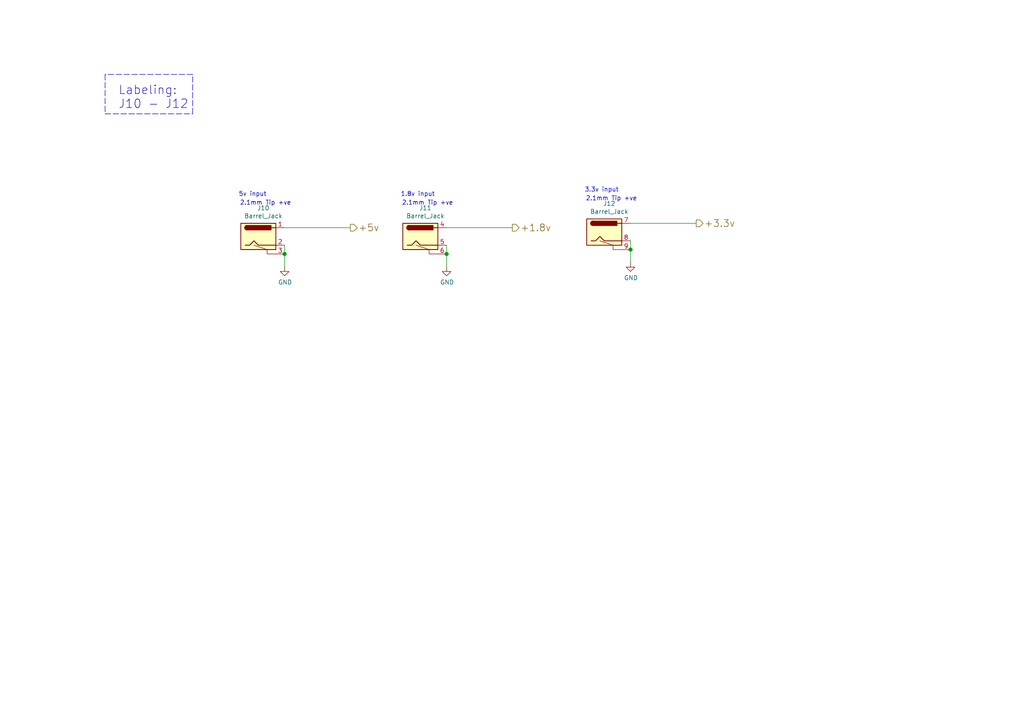
<source format=kicad_sch>
(kicad_sch (version 20210621) (generator eeschema)

  (uuid 98239946-9154-4568-b645-0a4300f9f17d)

  (paper "A4")

  (title_block
    (title "PSU")
    (date "2021-10-22")
    (rev "01")
    (company "Surveilia")
    (comment 1 "Author: Chase W. & Kaden T.")
  )

  (lib_symbols
    (symbol "Barrel_Jack_1" (in_bom yes) (on_board yes)
      (property "Reference" "J8" (id 0) (at 1.4478 8.255 0)
        (effects (font (size 1.27 1.27)))
      )
      (property "Value" "Barrel_Jack_1" (id 1) (at 1.4478 5.9436 0)
        (effects (font (size 1.27 1.27)))
      )
      (property "Footprint" "Connector_BarrelJack:BarrelJack_Horizontal" (id 2) (at 1.27 -1.016 0)
        (effects (font (size 1.27 1.27)) hide)
      )
      (property "Datasheet" "https://www.toby.co.uk/uploads/publications/842.pdf" (id 3) (at 1.27 -1.016 0)
        (effects (font (size 1.27 1.27)) hide)
      )
      (property "Field4" "Toby" (id 4) (at 0 0 0)
        (effects (font (size 1.27 1.27)) hide)
      )
      (property "Field5" "DC-001-A-2.1mm-R" (id 5) (at 0 0 0)
        (effects (font (size 1.27 1.27)) hide)
      )
      (property "Part Description" "DC Power Connectors PCB 2.1MM" (id 6) (at 0 0 0)
        (effects (font (size 1.27 1.27)) hide)
      )
      (property "Field6" "DC-001-A-2.1mm-R" (id 7) (at 0 0 0)
        (effects (font (size 1.27 1.27)) hide)
      )
      (property "Field7" "Valcon" (id 8) (at 0 0 0)
        (effects (font (size 1.27 1.27)) hide)
      )
      (property "ki_fp_filters" "BarrelJack*" (id 9) (at 0 0 0)
        (effects (font (size 1.27 1.27)) hide)
      )
      (symbol "Barrel_Jack_1_0_1"
        (arc (start -3.302 3.175) (end -3.302 1.905) (radius (at -3.302 2.54) (length 0.635) (angles 90.1 -90.1))
          (stroke (width 0.254)) (fill (type none))
        )
        (arc (start -3.302 3.175) (end -3.302 1.905) (radius (at -3.302 2.54) (length 0.635) (angles 90.1 -90.1))
          (stroke (width 0.254)) (fill (type outline))
        )
        (rectangle (start 3.683 3.175) (end -3.302 1.905)
          (stroke (width 0.254)) (fill (type outline))
        )
        (rectangle (start -5.08 3.81) (end 5.08 -3.81)
          (stroke (width 0.254)) (fill (type background))
        )
        (polyline
          (pts
            (xy 5.08 2.54)
            (xy 3.81 2.54)
          )
          (stroke (width 0.254)) (fill (type none))
        )
        (polyline
          (pts
            (xy 5.08 -5.08)
            (xy 2.54 -5.08)
            (xy 2.54 -3.81)
            (xy -1.27 -2.54)
          )
          (stroke (width 0)) (fill (type none))
        )
        (polyline
          (pts
            (xy -3.81 -2.54)
            (xy -2.54 -2.54)
            (xy -1.27 -1.27)
            (xy 0 -2.54)
            (xy 2.54 -2.54)
            (xy 5.08 -2.54)
          )
          (stroke (width 0.254)) (fill (type none))
        )
      )
      (symbol "Barrel_Jack_1_1_1"
        (pin passive line (at 7.62 2.54 180) (length 2.54)
          (name "~" (effects (font (size 1.27 1.27))))
          (number "4" (effects (font (size 1.27 1.27))))
        )
        (pin passive line (at 7.62 -2.54 180) (length 2.54)
          (name "~" (effects (font (size 1.27 1.27))))
          (number "5" (effects (font (size 1.27 1.27))))
        )
        (pin passive line (at 7.62 -5.08 180) (length 2.54)
          (name "~" (effects (font (size 1.27 1.27))))
          (number "6" (effects (font (size 1.27 1.27))))
        )
      )
    )
    (symbol "Barrel_Jack_2" (in_bom yes) (on_board yes)
      (property "Reference" "J9" (id 0) (at 1.4478 8.255 0)
        (effects (font (size 1.27 1.27)))
      )
      (property "Value" "Barrel_Jack_2" (id 1) (at 1.4478 5.9436 0)
        (effects (font (size 1.27 1.27)))
      )
      (property "Footprint" "Connector_BarrelJack:BarrelJack_Horizontal" (id 2) (at 1.27 -1.016 0)
        (effects (font (size 1.27 1.27)) hide)
      )
      (property "Datasheet" "https://www.toby.co.uk/uploads/publications/842.pdf" (id 3) (at 1.27 -1.016 0)
        (effects (font (size 1.27 1.27)) hide)
      )
      (property "Field4" "Toby" (id 4) (at 0 0 0)
        (effects (font (size 1.27 1.27)) hide)
      )
      (property "Field5" "DC-001-A-2.1mm-R" (id 5) (at 0 0 0)
        (effects (font (size 1.27 1.27)) hide)
      )
      (property "Part Description" "DC Power Connectors PCB 2.1MM" (id 6) (at 0 0 0)
        (effects (font (size 1.27 1.27)) hide)
      )
      (property "Field6" "DC-001-A-2.1mm-R" (id 7) (at 0 0 0)
        (effects (font (size 1.27 1.27)) hide)
      )
      (property "Field7" "Valcon" (id 8) (at 0 0 0)
        (effects (font (size 1.27 1.27)) hide)
      )
      (property "ki_fp_filters" "BarrelJack*" (id 9) (at 0 0 0)
        (effects (font (size 1.27 1.27)) hide)
      )
      (symbol "Barrel_Jack_2_0_1"
        (arc (start -3.302 3.175) (end -3.302 1.905) (radius (at -3.302 2.54) (length 0.635) (angles 90.1 -90.1))
          (stroke (width 0.254)) (fill (type none))
        )
        (arc (start -3.302 3.175) (end -3.302 1.905) (radius (at -3.302 2.54) (length 0.635) (angles 90.1 -90.1))
          (stroke (width 0.254)) (fill (type outline))
        )
        (rectangle (start 3.683 3.175) (end -3.302 1.905)
          (stroke (width 0.254)) (fill (type outline))
        )
        (rectangle (start -5.08 3.81) (end 5.08 -3.81)
          (stroke (width 0.254)) (fill (type background))
        )
        (polyline
          (pts
            (xy 5.08 2.54)
            (xy 3.81 2.54)
          )
          (stroke (width 0.254)) (fill (type none))
        )
        (polyline
          (pts
            (xy 5.08 -5.08)
            (xy 2.54 -5.08)
            (xy 2.54 -3.81)
            (xy -1.27 -2.54)
          )
          (stroke (width 0)) (fill (type none))
        )
        (polyline
          (pts
            (xy -3.81 -2.54)
            (xy -2.54 -2.54)
            (xy -1.27 -1.27)
            (xy 0 -2.54)
            (xy 2.54 -2.54)
            (xy 5.08 -2.54)
          )
          (stroke (width 0.254)) (fill (type none))
        )
      )
      (symbol "Barrel_Jack_2_1_1"
        (pin passive line (at 7.62 2.54 180) (length 2.54)
          (name "~" (effects (font (size 1.27 1.27))))
          (number "7" (effects (font (size 1.27 1.27))))
        )
        (pin passive line (at 7.62 -2.54 180) (length 2.54)
          (name "~" (effects (font (size 1.27 1.27))))
          (number "8" (effects (font (size 1.27 1.27))))
        )
        (pin passive line (at 7.62 -5.08 180) (length 2.54)
          (name "~" (effects (font (size 1.27 1.27))))
          (number "9" (effects (font (size 1.27 1.27))))
        )
      )
    )
    (symbol "CM4IO:Barrel_Jack" (in_bom yes) (on_board yes)
      (property "Reference" "J" (id 0) (at 0 5.334 0)
        (effects (font (size 1.27 1.27)))
      )
      (property "Value" "Barrel_Jack" (id 1) (at 0 -5.08 0)
        (effects (font (size 1.27 1.27)))
      )
      (property "Footprint" "" (id 2) (at 1.27 -1.016 0)
        (effects (font (size 1.27 1.27)) hide)
      )
      (property "Datasheet" "" (id 3) (at 1.27 -1.016 0)
        (effects (font (size 1.27 1.27)) hide)
      )
      (property "ki_fp_filters" "BarrelJack*" (id 4) (at 0 0 0)
        (effects (font (size 1.27 1.27)) hide)
      )
      (symbol "Barrel_Jack_0_1"
        (arc (start -3.302 3.175) (end -3.302 1.905) (radius (at -3.302 2.54) (length 0.635) (angles 90.1 -90.1))
          (stroke (width 0.254)) (fill (type none))
        )
        (arc (start -3.302 3.175) (end -3.302 1.905) (radius (at -3.302 2.54) (length 0.635) (angles 90.1 -90.1))
          (stroke (width 0.254)) (fill (type outline))
        )
        (rectangle (start 3.683 3.175) (end -3.302 1.905)
          (stroke (width 0.254)) (fill (type outline))
        )
        (rectangle (start -5.08 3.81) (end 5.08 -3.81)
          (stroke (width 0.254)) (fill (type background))
        )
        (polyline
          (pts
            (xy 5.08 2.54)
            (xy 3.81 2.54)
          )
          (stroke (width 0.254)) (fill (type none))
        )
        (polyline
          (pts
            (xy 5.08 -5.08)
            (xy 2.54 -5.08)
            (xy 2.54 -3.81)
            (xy -1.27 -2.54)
          )
          (stroke (width 0)) (fill (type none))
        )
        (polyline
          (pts
            (xy -3.81 -2.54)
            (xy -2.54 -2.54)
            (xy -1.27 -1.27)
            (xy 0 -2.54)
            (xy 2.54 -2.54)
            (xy 5.08 -2.54)
          )
          (stroke (width 0.254)) (fill (type none))
        )
      )
      (symbol "Barrel_Jack_1_1"
        (pin passive line (at 7.62 2.54 180) (length 2.54)
          (name "~" (effects (font (size 1.27 1.27))))
          (number "1" (effects (font (size 1.27 1.27))))
        )
        (pin passive line (at 7.62 -2.54 180) (length 2.54)
          (name "~" (effects (font (size 1.27 1.27))))
          (number "2" (effects (font (size 1.27 1.27))))
        )
        (pin passive line (at 7.62 -5.08 180) (length 2.54)
          (name "~" (effects (font (size 1.27 1.27))))
          (number "3" (effects (font (size 1.27 1.27))))
        )
      )
    )
    (symbol "power:GND" (power) (pin_names (offset 0)) (in_bom yes) (on_board yes)
      (property "Reference" "#PWR" (id 0) (at 0 -6.35 0)
        (effects (font (size 1.27 1.27)) hide)
      )
      (property "Value" "GND" (id 1) (at 0 -3.81 0)
        (effects (font (size 1.27 1.27)))
      )
      (property "Footprint" "" (id 2) (at 0 0 0)
        (effects (font (size 1.27 1.27)) hide)
      )
      (property "Datasheet" "" (id 3) (at 0 0 0)
        (effects (font (size 1.27 1.27)) hide)
      )
      (property "ki_keywords" "power-flag" (id 4) (at 0 0 0)
        (effects (font (size 1.27 1.27)) hide)
      )
      (property "ki_description" "Power symbol creates a global label with name \"GND\" , ground" (id 5) (at 0 0 0)
        (effects (font (size 1.27 1.27)) hide)
      )
      (symbol "GND_0_1"
        (polyline
          (pts
            (xy 0 0)
            (xy 0 -1.27)
            (xy 1.27 -1.27)
            (xy 0 -2.54)
            (xy -1.27 -1.27)
            (xy 0 -1.27)
          )
          (stroke (width 0)) (fill (type none))
        )
      )
      (symbol "GND_1_1"
        (pin power_in line (at 0 0 270) (length 0) hide
          (name "GND" (effects (font (size 1.27 1.27))))
          (number "1" (effects (font (size 1.27 1.27))))
        )
      )
    )
  )


  (junction (at 82.55 73.66) (diameter 1.016) (color 0 0 0 0))
  (junction (at 129.54 73.66) (diameter 1.016) (color 0 0 0 0))
  (junction (at 182.88 72.39) (diameter 1.016) (color 0 0 0 0))

  (wire (pts (xy 82.55 66.04) (xy 101.6 66.04))
    (stroke (width 0) (type solid) (color 0 0 0 0))
    (uuid 77640b7a-e84e-44f1-ac3d-583904158ac3)
  )
  (wire (pts (xy 82.55 73.66) (xy 82.55 71.12))
    (stroke (width 0) (type solid) (color 0 0 0 0))
    (uuid 3acb712c-33da-42c5-b3bf-78e3519d9304)
  )
  (wire (pts (xy 82.55 73.66) (xy 82.55 77.47))
    (stroke (width 0) (type default) (color 0 0 0 0))
    (uuid ae3c2aa6-71c4-45a8-a4f9-41d53c57ce34)
  )
  (wire (pts (xy 129.54 66.04) (xy 148.59 66.04))
    (stroke (width 0) (type solid) (color 0 0 0 0))
    (uuid 31902a69-8de4-460e-9970-12970a54a5d7)
  )
  (wire (pts (xy 129.54 73.66) (xy 129.54 71.12))
    (stroke (width 0) (type solid) (color 0 0 0 0))
    (uuid 4e48b670-96df-41e5-84ed-aa77f7182122)
  )
  (wire (pts (xy 129.54 73.66) (xy 129.54 77.47))
    (stroke (width 0) (type default) (color 0 0 0 0))
    (uuid 80e7b08a-63d8-4c87-b88d-f35505428660)
  )
  (wire (pts (xy 182.88 64.77) (xy 201.93 64.77))
    (stroke (width 0) (type solid) (color 0 0 0 0))
    (uuid 641feee2-fcbe-4a02-8433-a0f620a3020d)
  )
  (wire (pts (xy 182.88 72.39) (xy 182.88 69.85))
    (stroke (width 0) (type solid) (color 0 0 0 0))
    (uuid c5f1d25e-5c75-4fb3-88d2-80d56647b997)
  )
  (wire (pts (xy 182.88 72.39) (xy 182.88 76.2))
    (stroke (width 0) (type default) (color 0 0 0 0))
    (uuid 151bfa75-60bc-4ab1-9bd8-b22b0dd338dc)
  )
  (polyline (pts (xy 30.48 21.59) (xy 30.48 33.02))
    (stroke (width 0) (type default) (color 0 0 0 0))
    (uuid 4a1f57e3-d16a-4cfa-b418-27ce774f643e)
  )
  (polyline (pts (xy 30.48 33.02) (xy 55.88 33.02))
    (stroke (width 0) (type default) (color 0 0 0 0))
    (uuid 09ff984d-c510-4a43-b861-6daf9d0ccd7a)
  )
  (polyline (pts (xy 55.88 21.59) (xy 30.48 21.59))
    (stroke (width 0) (type default) (color 0 0 0 0))
    (uuid 6ba78a53-9c1d-4244-801a-0f3674bcaf90)
  )
  (polyline (pts (xy 55.88 33.02) (xy 55.88 21.59))
    (stroke (width 0) (type default) (color 0 0 0 0))
    (uuid 244f8bef-0395-4c61-87c7-c4475905809c)
  )

  (text "Labeling:\nJ10 - J12" (at 34.29 31.75 0)
    (effects (font (size 2.5 2.5)) (justify left bottom))
    (uuid ec25a973-1809-4551-ad9f-11433e4cc481)
  )
  (text "5v input\n" (at 69.215 57.15 0)
    (effects (font (size 1.27 1.27)) (justify left bottom))
    (uuid fbfa17d7-1321-4deb-be81-9b21ab8c58da)
  )
  (text "2.1mm Tip +ve" (at 84.455 59.69 180)
    (effects (font (size 1.27 1.27)) (justify right bottom))
    (uuid 9dbc069b-20b3-493f-b291-03cd09a1156c)
  )
  (text "1.8v input\n" (at 116.205 57.15 0)
    (effects (font (size 1.27 1.27)) (justify left bottom))
    (uuid 48bb85fd-f50b-4c17-86f3-d844ca147dfd)
  )
  (text "2.1mm Tip +ve" (at 131.445 59.69 180)
    (effects (font (size 1.27 1.27)) (justify right bottom))
    (uuid 933b507a-b646-47c4-b5af-d390c923854b)
  )
  (text "3.3v input\n" (at 169.545 55.88 0)
    (effects (font (size 1.27 1.27)) (justify left bottom))
    (uuid d35a6b57-2dc7-46bf-86dd-6bad97d2d57e)
  )
  (text "2.1mm Tip +ve" (at 184.785 58.42 180)
    (effects (font (size 1.27 1.27)) (justify right bottom))
    (uuid f99d3c04-1a35-4be8-921c-c49d3e4e8d42)
  )

  (hierarchical_label "+5v" (shape output) (at 101.6 66.04 0)
    (effects (font (size 2.0066 2.0066)) (justify left))
    (uuid 0817e590-206d-4f2a-bb36-ece0810b3278)
  )
  (hierarchical_label "+1.8v" (shape output) (at 148.59 66.04 0)
    (effects (font (size 2.0066 2.0066)) (justify left))
    (uuid 29959b4d-d369-480a-ae9d-85e73f857a66)
  )
  (hierarchical_label "+3.3v" (shape output) (at 201.93 64.77 0)
    (effects (font (size 2.0066 2.0066)) (justify left))
    (uuid 716809d3-982c-4bae-9633-aa998d550376)
  )

  (symbol (lib_id "power:GND") (at 82.55 77.47 0) (unit 1)
    (in_bom yes) (on_board yes)
    (uuid c2df3bf7-d4db-4cc1-ae54-72a0b2d1503a)
    (property "Reference" "#PWR0104" (id 0) (at 82.55 83.82 0)
      (effects (font (size 1.27 1.27)) hide)
    )
    (property "Value" "GND" (id 1) (at 82.677 81.8642 0))
    (property "Footprint" "" (id 2) (at 82.55 77.47 0)
      (effects (font (size 1.27 1.27)) hide)
    )
    (property "Datasheet" "" (id 3) (at 82.55 77.47 0)
      (effects (font (size 1.27 1.27)) hide)
    )
    (pin "1" (uuid 6e8a770b-e397-4d79-8594-aec04ad12d25))
  )

  (symbol (lib_id "power:GND") (at 129.54 77.47 0) (unit 1)
    (in_bom yes) (on_board yes)
    (uuid b6f615d0-b407-4cb2-88c5-34f2f452e1c4)
    (property "Reference" "#PWR0106" (id 0) (at 129.54 83.82 0)
      (effects (font (size 1.27 1.27)) hide)
    )
    (property "Value" "GND" (id 1) (at 129.667 81.8642 0))
    (property "Footprint" "" (id 2) (at 129.54 77.47 0)
      (effects (font (size 1.27 1.27)) hide)
    )
    (property "Datasheet" "" (id 3) (at 129.54 77.47 0)
      (effects (font (size 1.27 1.27)) hide)
    )
    (pin "1" (uuid 529b8597-79a3-418a-8916-f48fe428b30c))
  )

  (symbol (lib_id "power:GND") (at 182.88 76.2 0) (unit 1)
    (in_bom yes) (on_board yes)
    (uuid b9b92b08-44e0-420f-97a9-d5f0aeac9270)
    (property "Reference" "#PWR0107" (id 0) (at 182.88 82.55 0)
      (effects (font (size 1.27 1.27)) hide)
    )
    (property "Value" "GND" (id 1) (at 183.007 80.5942 0))
    (property "Footprint" "" (id 2) (at 182.88 76.2 0)
      (effects (font (size 1.27 1.27)) hide)
    )
    (property "Datasheet" "" (id 3) (at 182.88 76.2 0)
      (effects (font (size 1.27 1.27)) hide)
    )
    (pin "1" (uuid 231a0611-f70f-4f40-ba27-20bdae395fec))
  )

  (symbol (lib_id "CM4IO:Barrel_Jack") (at 74.93 68.58 0) (unit 1)
    (in_bom yes) (on_board yes)
    (uuid c99bebb7-0e69-4f35-8881-9c524ebce10a)
    (property "Reference" "J10" (id 0) (at 76.3778 60.325 0))
    (property "Value" "Barrel_Jack" (id 1) (at 76.3778 62.6364 0))
    (property "Footprint" "Connector_BarrelJack:BarrelJack_Horizontal" (id 2) (at 76.2 69.596 0)
      (effects (font (size 1.27 1.27)) hide)
    )
    (property "Datasheet" "https://www.toby.co.uk/uploads/publications/842.pdf" (id 3) (at 76.2 69.596 0)
      (effects (font (size 1.27 1.27)) hide)
    )
    (property "Field4" "Toby" (id 4) (at 74.93 68.58 0)
      (effects (font (size 1.27 1.27)) hide)
    )
    (property "Field5" "DC-001-A-2.1mm-R" (id 5) (at 74.93 68.58 0)
      (effects (font (size 1.27 1.27)) hide)
    )
    (property "Part Description" "DC Power Connectors PCB 2.1MM" (id 6) (at 74.93 68.58 0)
      (effects (font (size 1.27 1.27)) hide)
    )
    (property "Field6" "DC-001-A-2.1mm-R" (id 7) (at 74.93 68.58 0)
      (effects (font (size 1.27 1.27)) hide)
    )
    (property "Field7" "Valcon" (id 8) (at 74.93 68.58 0)
      (effects (font (size 1.27 1.27)) hide)
    )
    (pin "1" (uuid 87d44e81-7690-4f91-8f82-421b624d8af7))
    (pin "2" (uuid 683afb7f-9cd1-4e5f-bc46-3c4bd01c1e39))
    (pin "3" (uuid 3ad6e5c6-da09-4ba7-9259-1374f50eeebe))
  )

  (symbol (lib_name "Barrel_Jack_1") (lib_id "CM4IO:Barrel_Jack") (at 121.92 68.58 0) (unit 1)
    (in_bom yes) (on_board yes)
    (uuid cd475a4c-9ef1-4ce9-93f5-e35365564340)
    (property "Reference" "J11" (id 0) (at 123.3678 60.325 0))
    (property "Value" "Barrel_Jack" (id 1) (at 123.3678 62.6364 0))
    (property "Footprint" "Connector_BarrelJack:BarrelJack_Horizontal" (id 2) (at 123.19 69.596 0)
      (effects (font (size 1.27 1.27)) hide)
    )
    (property "Datasheet" "https://www.toby.co.uk/uploads/publications/842.pdf" (id 3) (at 123.19 69.596 0)
      (effects (font (size 1.27 1.27)) hide)
    )
    (property "Field4" "Toby" (id 4) (at 121.92 68.58 0)
      (effects (font (size 1.27 1.27)) hide)
    )
    (property "Field5" "DC-001-A-2.1mm-R" (id 5) (at 121.92 68.58 0)
      (effects (font (size 1.27 1.27)) hide)
    )
    (property "Part Description" "DC Power Connectors PCB 2.1MM" (id 6) (at 121.92 68.58 0)
      (effects (font (size 1.27 1.27)) hide)
    )
    (property "Field6" "DC-001-A-2.1mm-R" (id 7) (at 121.92 68.58 0)
      (effects (font (size 1.27 1.27)) hide)
    )
    (property "Field7" "Valcon" (id 8) (at 121.92 68.58 0)
      (effects (font (size 1.27 1.27)) hide)
    )
    (pin "4" (uuid e922e9ee-1184-4e36-bcb0-3ec7bf21aec5))
    (pin "5" (uuid 9689e1de-f147-4a2d-a853-662be57008c0))
    (pin "6" (uuid 575abc9e-191e-4878-84d5-4fd5e03e9172))
  )

  (symbol (lib_name "Barrel_Jack_2") (lib_id "CM4IO:Barrel_Jack") (at 175.26 67.31 0) (unit 1)
    (in_bom yes) (on_board yes)
    (uuid d53528dd-784a-4782-bc80-21441e72f54d)
    (property "Reference" "J12" (id 0) (at 176.7078 59.055 0))
    (property "Value" "Barrel_Jack" (id 1) (at 176.7078 61.3664 0))
    (property "Footprint" "Connector_BarrelJack:BarrelJack_Horizontal" (id 2) (at 176.53 68.326 0)
      (effects (font (size 1.27 1.27)) hide)
    )
    (property "Datasheet" "https://www.toby.co.uk/uploads/publications/842.pdf" (id 3) (at 176.53 68.326 0)
      (effects (font (size 1.27 1.27)) hide)
    )
    (property "Field4" "Toby" (id 4) (at 175.26 67.31 0)
      (effects (font (size 1.27 1.27)) hide)
    )
    (property "Field5" "DC-001-A-2.1mm-R" (id 5) (at 175.26 67.31 0)
      (effects (font (size 1.27 1.27)) hide)
    )
    (property "Part Description" "DC Power Connectors PCB 2.1MM" (id 6) (at 175.26 67.31 0)
      (effects (font (size 1.27 1.27)) hide)
    )
    (property "Field6" "DC-001-A-2.1mm-R" (id 7) (at 175.26 67.31 0)
      (effects (font (size 1.27 1.27)) hide)
    )
    (property "Field7" "Valcon" (id 8) (at 175.26 67.31 0)
      (effects (font (size 1.27 1.27)) hide)
    )
    (pin "7" (uuid db9e84b3-e5dd-416c-97b5-1f91db0f3c11))
    (pin "8" (uuid 27deb2fb-8b2c-4470-9bac-c1c5f13fcc10))
    (pin "9" (uuid f2849db8-7459-4573-9cb1-9daee9468abe))
  )
)

</source>
